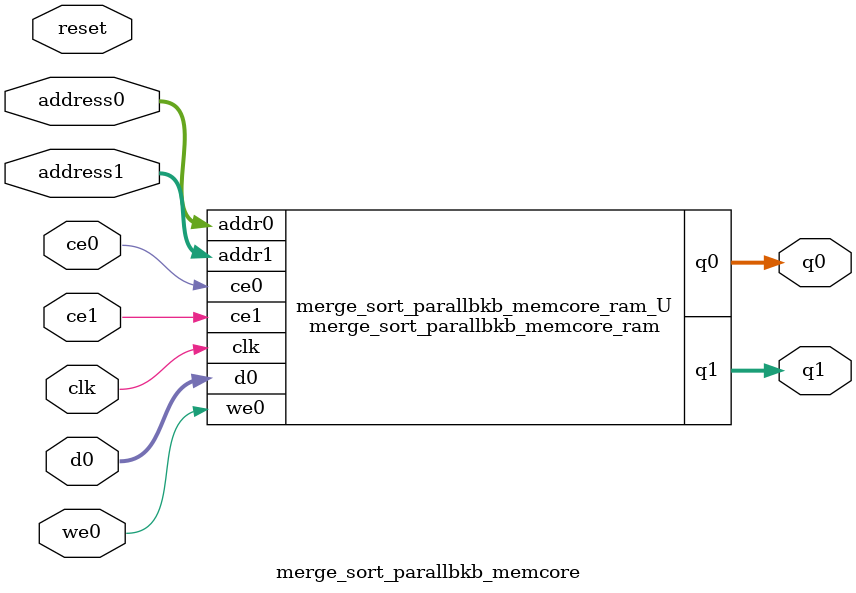
<source format=v>
`timescale 1 ns / 1 ps
module merge_sort_parallbkb_memcore_ram (addr0, ce0, d0, we0, q0, addr1, ce1, q1,  clk);

parameter DWIDTH = 32;
parameter AWIDTH = 4;
parameter MEM_SIZE = 16;

input[AWIDTH-1:0] addr0;
input ce0;
input[DWIDTH-1:0] d0;
input we0;
output reg[DWIDTH-1:0] q0;
input[AWIDTH-1:0] addr1;
input ce1;
output reg[DWIDTH-1:0] q1;
input clk;

(* ram_style = "distributed" *)reg [DWIDTH-1:0] ram[0:MEM_SIZE-1];




always @(posedge clk)  
begin 
    if (ce0) begin
        if (we0)
        begin 
            ram[addr0] <= d0;
        end 
        q0 <= ram[addr0];
    end
end


always @(posedge clk)  
begin 
    if (ce1) begin
        q1 <= ram[addr1];
    end
end


endmodule

`timescale 1 ns / 1 ps
module merge_sort_parallbkb_memcore(
    reset,
    clk,
    address0,
    ce0,
    we0,
    d0,
    q0,
    address1,
    ce1,
    q1);

parameter DataWidth = 32'd32;
parameter AddressRange = 32'd16;
parameter AddressWidth = 32'd4;
input reset;
input clk;
input[AddressWidth - 1:0] address0;
input ce0;
input we0;
input[DataWidth - 1:0] d0;
output[DataWidth - 1:0] q0;
input[AddressWidth - 1:0] address1;
input ce1;
output[DataWidth - 1:0] q1;



merge_sort_parallbkb_memcore_ram merge_sort_parallbkb_memcore_ram_U(
    .clk( clk ),
    .addr0( address0 ),
    .ce0( ce0 ),
    .we0( we0 ),
    .d0( d0 ),
    .q0( q0 ),
    .addr1( address1 ),
    .ce1( ce1 ),
    .q1( q1 ));

endmodule


</source>
